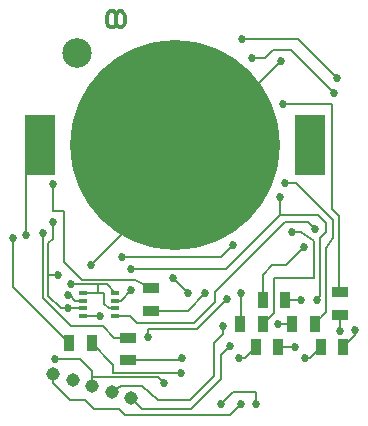
<source format=gbl>
G04 (created by PCBNEW-RS274X (2012-01-19 BZR 3256)-stable) date 8/30/2012 9:43:42 AM*
G01*
G70*
G90*
%MOIN*%
G04 Gerber Fmt 3.4, Leading zero omitted, Abs format*
%FSLAX34Y34*%
G04 APERTURE LIST*
%ADD10C,0.006000*%
%ADD11C,0.012000*%
%ADD12R,0.031500X0.015700*%
%ADD13R,0.055000X0.035000*%
%ADD14R,0.035000X0.055000*%
%ADD15R,0.100000X0.200000*%
%ADD16C,0.700000*%
%ADD17C,0.045000*%
%ADD18C,0.098400*%
%ADD19C,0.027000*%
G04 APERTURE END LIST*
G54D10*
G54D11*
X32466Y-30247D02*
X32409Y-30285D01*
X32295Y-30285D01*
X32237Y-30247D01*
X32209Y-30209D01*
X32180Y-30132D01*
X32180Y-29904D01*
X32209Y-29828D01*
X32237Y-29790D01*
X32295Y-29751D01*
X32409Y-29751D01*
X32466Y-29790D01*
X32680Y-30285D02*
X32738Y-30247D01*
X32766Y-30209D01*
X32795Y-30132D01*
X32795Y-29904D01*
X32766Y-29828D01*
X32738Y-29790D01*
X32680Y-29751D01*
X32595Y-29751D01*
X32538Y-29790D01*
X32509Y-29828D01*
X32480Y-29904D01*
X32480Y-30132D01*
X32509Y-30209D01*
X32538Y-30247D01*
X32595Y-30285D01*
X32680Y-30285D01*
G54D12*
X31400Y-39900D03*
X31400Y-39644D03*
X31400Y-39388D03*
X31400Y-39132D03*
X32463Y-39132D03*
X32463Y-39388D03*
X32463Y-39644D03*
X32463Y-39900D03*
G54D13*
X32900Y-41375D03*
X32900Y-40625D03*
X33650Y-39725D03*
X33650Y-38975D03*
G54D14*
X31675Y-40800D03*
X30925Y-40800D03*
G54D13*
X39961Y-39863D03*
X39961Y-39113D03*
G54D14*
X39310Y-40945D03*
X40060Y-40945D03*
X38131Y-39370D03*
X37381Y-39370D03*
X38365Y-40157D03*
X39115Y-40157D03*
X36633Y-40157D03*
X37383Y-40157D03*
X37145Y-40945D03*
X37895Y-40945D03*
G54D15*
X29950Y-34200D03*
X38950Y-34200D03*
G54D16*
X34450Y-34200D03*
G54D17*
X31050Y-42050D03*
X31700Y-42250D03*
X33000Y-42650D03*
X32350Y-42450D03*
X30400Y-41850D03*
G54D18*
X31200Y-31150D03*
G54D19*
X30900Y-39650D03*
X34900Y-39150D03*
X30394Y-36772D03*
X30550Y-38550D03*
X34400Y-38650D03*
X33550Y-40600D03*
X36200Y-39350D03*
X31950Y-39900D03*
X33000Y-39050D03*
X36000Y-42850D03*
X31650Y-38200D03*
X30450Y-41350D03*
X37150Y-42850D03*
X38000Y-31400D03*
X34100Y-42150D03*
X31000Y-38850D03*
X36654Y-39134D03*
X34700Y-41300D03*
X36600Y-41300D03*
X37874Y-40157D03*
X38661Y-39370D03*
X38780Y-41299D03*
X39843Y-31969D03*
X36693Y-30669D03*
X39961Y-40394D03*
X34650Y-41800D03*
X35450Y-39150D03*
X37008Y-31299D03*
X40472Y-40354D03*
X39764Y-32480D03*
X38050Y-32850D03*
X38350Y-37100D03*
X36400Y-37550D03*
X32700Y-37950D03*
X38750Y-37600D03*
X39134Y-37008D03*
X30900Y-39200D03*
X38465Y-40945D03*
X37950Y-35950D03*
X39173Y-39370D03*
X33000Y-38350D03*
X38110Y-35472D03*
X29050Y-37300D03*
X30400Y-35500D03*
X30050Y-37150D03*
X36650Y-42850D03*
X29500Y-37200D03*
X36300Y-40900D03*
X36050Y-40250D03*
G54D10*
X30658Y-39650D02*
X30232Y-39224D01*
X34400Y-38650D02*
X34900Y-39150D01*
X30232Y-37485D02*
X30394Y-37323D01*
X30232Y-39224D02*
X30232Y-38550D01*
X30232Y-38550D02*
X30232Y-37485D01*
X30900Y-39650D02*
X30658Y-39650D01*
X30550Y-38550D02*
X30232Y-38550D01*
X31400Y-39644D02*
X30856Y-39644D01*
X30394Y-37323D02*
X30394Y-36772D01*
X30856Y-39644D02*
X30900Y-39650D01*
X36200Y-39350D02*
X35200Y-40350D01*
X31400Y-39900D02*
X31950Y-39900D01*
X33550Y-40600D02*
X33550Y-40350D01*
X35200Y-40350D02*
X33550Y-40350D01*
X32463Y-39388D02*
X32662Y-39388D01*
X32662Y-39388D02*
X33000Y-39050D01*
X31900Y-39132D02*
X31700Y-39132D01*
X34450Y-35400D02*
X31650Y-38200D01*
X33900Y-41950D02*
X31700Y-41950D01*
X32100Y-39132D02*
X31900Y-39132D01*
X34450Y-34200D02*
X34450Y-35400D01*
X36400Y-42450D02*
X36000Y-42850D01*
X34100Y-42150D02*
X33900Y-41950D01*
X31300Y-41350D02*
X31700Y-41750D01*
X31700Y-39132D02*
X31400Y-39132D01*
X32463Y-39644D02*
X32244Y-39644D01*
X30450Y-41350D02*
X31300Y-41350D01*
X31900Y-39132D02*
X31900Y-38850D01*
X37150Y-42450D02*
X36400Y-42450D01*
X38000Y-31400D02*
X35200Y-34200D01*
X32100Y-39500D02*
X32100Y-39132D01*
X32244Y-39644D02*
X32100Y-39500D01*
X37150Y-42850D02*
X37150Y-42450D01*
X31700Y-41950D02*
X31700Y-41750D01*
X35200Y-34200D02*
X34450Y-34200D01*
X31700Y-42250D02*
X31700Y-41950D01*
X32181Y-38850D02*
X32463Y-39132D01*
X31900Y-38850D02*
X32181Y-38850D01*
X31000Y-38850D02*
X31900Y-38850D01*
X36654Y-39134D02*
X36654Y-40136D01*
X36654Y-40136D02*
X36633Y-40157D01*
X34625Y-41375D02*
X32900Y-41375D01*
X34700Y-41300D02*
X34625Y-41375D01*
X36600Y-41300D02*
X36790Y-41300D01*
X36790Y-41300D02*
X37145Y-40945D01*
X37874Y-40157D02*
X38365Y-40157D01*
X38131Y-39370D02*
X38661Y-39370D01*
X38956Y-41299D02*
X39310Y-40945D01*
X38780Y-41299D02*
X38956Y-41299D01*
X38543Y-30669D02*
X36693Y-30669D01*
X39843Y-31969D02*
X38543Y-30669D01*
X39961Y-40394D02*
X39961Y-39863D01*
X31675Y-40800D02*
X32400Y-41525D01*
X32400Y-41800D02*
X34650Y-41800D01*
X32400Y-41525D02*
X32400Y-41800D01*
X34875Y-39725D02*
X35450Y-39150D01*
X33650Y-39725D02*
X34875Y-39725D01*
X40472Y-40533D02*
X40472Y-40354D01*
X37441Y-31299D02*
X37008Y-31299D01*
X37716Y-31024D02*
X37441Y-31299D01*
X40060Y-40945D02*
X40472Y-40533D01*
X38308Y-31024D02*
X37716Y-31024D01*
X39764Y-32480D02*
X38308Y-31024D01*
X39921Y-36575D02*
X39685Y-36339D01*
X38065Y-32835D02*
X38050Y-32850D01*
X39685Y-32835D02*
X38065Y-32835D01*
X39685Y-36339D02*
X39685Y-32835D01*
X39921Y-39073D02*
X39921Y-36575D01*
X39961Y-39113D02*
X39921Y-39073D01*
X37383Y-40157D02*
X37750Y-39790D01*
X38350Y-37100D02*
X38650Y-37100D01*
X39100Y-38650D02*
X37750Y-38650D01*
X39100Y-38650D02*
X39100Y-37400D01*
X38650Y-37100D02*
X39100Y-37400D01*
X37750Y-39790D02*
X37750Y-38650D01*
X38750Y-37600D02*
X38150Y-38200D01*
X37381Y-39370D02*
X37381Y-38524D01*
X36000Y-37950D02*
X36400Y-37550D01*
X37705Y-38200D02*
X37381Y-38524D01*
X32700Y-37950D02*
X36000Y-37950D01*
X38150Y-38200D02*
X37705Y-38200D01*
X35800Y-39450D02*
X35100Y-40150D01*
X32950Y-39900D02*
X33200Y-40150D01*
X32463Y-39900D02*
X32950Y-39900D01*
X38898Y-36772D02*
X39134Y-37008D01*
X38128Y-36772D02*
X35800Y-39100D01*
X33200Y-40150D02*
X35100Y-40150D01*
X35800Y-39100D02*
X35800Y-39450D01*
X38128Y-36772D02*
X38898Y-36772D01*
X31138Y-39388D02*
X30950Y-39200D01*
X30950Y-39200D02*
X30900Y-39200D01*
X31400Y-39388D02*
X31138Y-39388D01*
X38465Y-40945D02*
X37895Y-40945D01*
X39173Y-39370D02*
X39300Y-39243D01*
X37950Y-36535D02*
X37950Y-35950D01*
X33000Y-38350D02*
X36150Y-38350D01*
X37950Y-36550D02*
X37950Y-36535D01*
X36150Y-38350D02*
X37950Y-36550D01*
X39300Y-37300D02*
X39488Y-37112D01*
X39488Y-36810D02*
X39213Y-36535D01*
X39300Y-39243D02*
X39300Y-37300D01*
X39488Y-37112D02*
X39488Y-36810D01*
X37950Y-36535D02*
X39213Y-36535D01*
X39724Y-37289D02*
X39724Y-36692D01*
X39500Y-39772D02*
X39500Y-37650D01*
X38110Y-35472D02*
X38504Y-35472D01*
X39500Y-37650D02*
X39724Y-37289D01*
X38504Y-35472D02*
X39724Y-36692D01*
X39115Y-40157D02*
X39500Y-39772D01*
X29050Y-37300D02*
X29050Y-38925D01*
X29050Y-38925D02*
X30925Y-40800D01*
X33125Y-38700D02*
X33650Y-38975D01*
X30394Y-35506D02*
X30400Y-35500D01*
X30748Y-38098D02*
X30748Y-36417D01*
X30394Y-36417D02*
X30394Y-35506D01*
X30748Y-36417D02*
X30394Y-36417D01*
X31350Y-38700D02*
X30748Y-38098D01*
X33125Y-38700D02*
X31350Y-38700D01*
X32900Y-40625D02*
X32425Y-40625D01*
X32425Y-40625D02*
X32050Y-40250D01*
X30050Y-39300D02*
X31000Y-40250D01*
X32050Y-40250D02*
X31000Y-40250D01*
X30050Y-39300D02*
X30050Y-37150D01*
X31750Y-43000D02*
X32600Y-43000D01*
X30400Y-41850D02*
X30400Y-42150D01*
X31450Y-42700D02*
X31750Y-43000D01*
X30950Y-42700D02*
X31450Y-42700D01*
X30400Y-42150D02*
X30950Y-42700D01*
X36300Y-43200D02*
X32800Y-43200D01*
X36650Y-42850D02*
X36300Y-43200D01*
X32600Y-43000D02*
X32800Y-43200D01*
X29500Y-34504D02*
X29950Y-34200D01*
X29500Y-37200D02*
X29500Y-34504D01*
X36000Y-42000D02*
X35000Y-43000D01*
X33000Y-42650D02*
X33350Y-43000D01*
X33350Y-43000D02*
X35000Y-43000D01*
X36300Y-40900D02*
X36000Y-41200D01*
X36000Y-41200D02*
X36000Y-42000D01*
X36050Y-40500D02*
X35750Y-40800D01*
X35750Y-41900D02*
X34950Y-42700D01*
X35750Y-40800D02*
X35750Y-41900D01*
X32350Y-42450D02*
X32650Y-42250D01*
X36050Y-40250D02*
X36050Y-40500D01*
X33900Y-42700D02*
X34950Y-42700D01*
X33350Y-42250D02*
X33900Y-42700D01*
X32650Y-42250D02*
X33350Y-42250D01*
M02*

</source>
